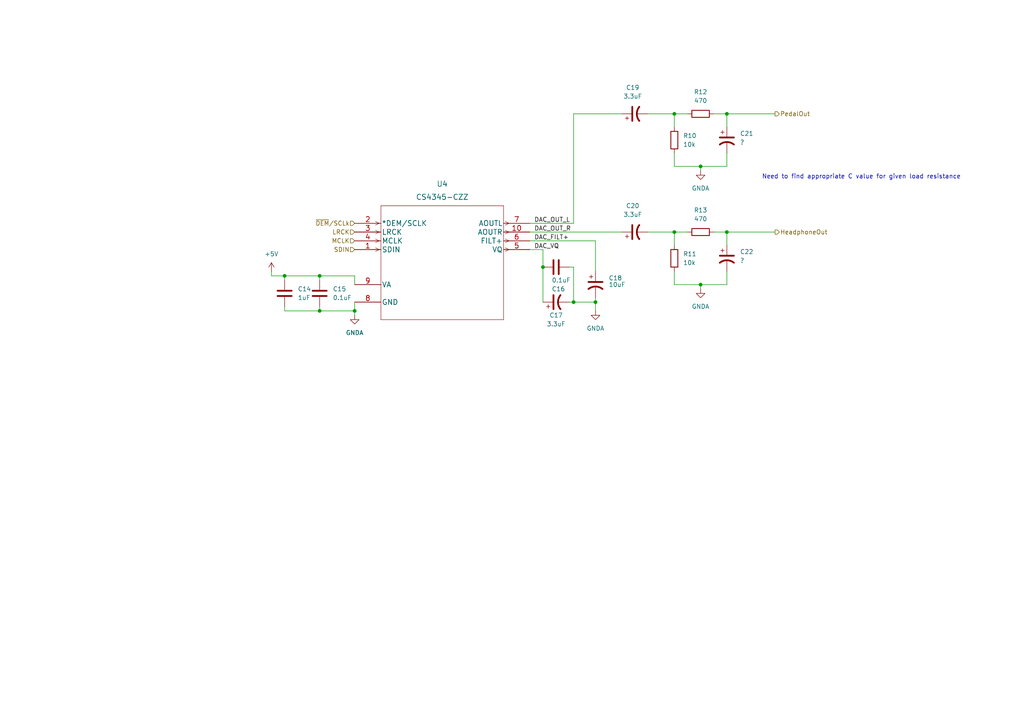
<source format=kicad_sch>
(kicad_sch (version 20211123) (generator eeschema)
  (paper "A4")
  (lib_symbols
    (symbol "Capacitors:C" (pin_numbers hide) (pin_names (offset 0.254))
      (property "Reference" "C" (at 0.635 2.54 0))
      (property "Value" "C" (at 0.635 -2.54 0))
      (symbol "C_0_1"
        (polyline (pts (xy -2.032 -0.762) (xy 2.032 -0.762)) (stroke (width 0.508)))
        (polyline (pts (xy -2.032 0.762) (xy 2.032 0.762)) (stroke (width 0.508)))
      )
      (symbol "C_1_1"
        (pin passive line (at 0 3.81 270) (length 2.794) (name "~") (number "1"))
        (pin passive line (at 0 -3.81 90) (length 2.794) (name "~") (number "2"))
      )
    )
    (symbol "Capacitors:C_Polarized_US" (pin_numbers hide) (pin_names (offset 0.254) hide)
      (property "Reference" "C" (at 0.635 2.54 0))
      (property "Value" "C_Polarized_US" (at 0.635 -2.54 0))
      (symbol "C_Polarized_US_0_1"
        (polyline (pts (xy -2.032 0.762) (xy 2.032 0.762)) (stroke (width 0.508)))
        (polyline (pts (xy -1.778 2.286) (xy -0.762 2.286)))
        (polyline (pts (xy -1.27 1.778) (xy -1.27 2.794)))
        (arc (start 2.032 -1.27) (mid 0 -0.5572) (end -2.032 -1.27) (stroke (width 0.508)))
      )
      (symbol "C_Polarized_US_1_1"
        (pin passive line (at 0 3.81 270) (length 2.794) (name "~") (number "1"))
        (pin passive line (at 0 -3.81 90) (length 3.302) (name "~") (number "2"))
      )
    )
    (symbol "DAC:CS4345-CZZ" (pin_names (offset 0.254))
      (property "Reference" "U" (at 25.4 10.16 0))
      (property "Value" "CS4345-CZZ" (at 25.4 7.62 0))
      (symbol "CS4345-CZZ_1_1"
        (polyline (pts (xy 7.112 -7.62) (xy 6.0452 -8.128)) (stroke (width 0.127)))
        (polyline (pts (xy 7.112 -7.62) (xy 6.0452 -7.112)) (stroke (width 0.127)))
        (polyline (pts (xy 7.112 -5.08) (xy 6.0452 -5.588)) (stroke (width 0.127)))
        (polyline (pts (xy 7.112 -5.08) (xy 6.0452 -4.572)) (stroke (width 0.127)))
        (polyline (pts (xy 7.112 -2.54) (xy 6.0452 -3.048)) (stroke (width 0.127)))
        (polyline (pts (xy 7.112 -2.54) (xy 6.0452 -2.032)) (stroke (width 0.127)))
        (polyline (pts (xy 7.112 0) (xy 6.0452 -0.508)) (stroke (width 0.127)))
        (polyline (pts (xy 7.112 0) (xy 6.0452 0.508)) (stroke (width 0.127)))
        (polyline (pts (xy 7.62 -27.94) (xy 43.18 -27.94)) (stroke (width 0.127)))
        (polyline (pts (xy 7.62 5.08) (xy 7.62 -27.94)) (stroke (width 0.127)))
        (polyline (pts (xy 43.18 -27.94) (xy 43.18 5.08)) (stroke (width 0.127)))
        (polyline (pts (xy 43.18 5.08) (xy 7.62 5.08)) (stroke (width 0.127)))
        (polyline (pts (xy 43.688 -8.128) (xy 44.7548 -7.62)) (stroke (width 0.127)))
        (polyline (pts (xy 43.688 -7.112) (xy 44.7548 -7.62)) (stroke (width 0.127)))
        (polyline (pts (xy 43.688 -5.588) (xy 44.7548 -5.08)) (stroke (width 0.127)))
        (polyline (pts (xy 43.688 -4.572) (xy 44.7548 -5.08)) (stroke (width 0.127)))
        (polyline (pts (xy 43.688 -3.048) (xy 44.7548 -2.54)) (stroke (width 0.127)))
        (polyline (pts (xy 43.688 -2.032) (xy 44.7548 -2.54)) (stroke (width 0.127)))
        (polyline (pts (xy 43.688 -0.508) (xy 44.7548 0)) (stroke (width 0.127)))
        (polyline (pts (xy 43.688 0.508) (xy 44.7548 0)) (stroke (width 0.127)))
        (pin input line (at 0 -7.62 0) (length 7.62) (name "SDIN") (number "1"))
        (pin output line (at 50.8 -2.54 180) (length 7.62) (name "AOUTR") (number "10"))
        (pin input line (at 0 0 0) (length 7.62) (name "*DEM/SCLK") (number "2"))
        (pin input line (at 0 -2.54 0) (length 7.62) (name "LRCK") (number "3"))
        (pin input line (at 0 -5.08 0) (length 7.62) (name "MCLK") (number "4"))
        (pin output line (at 50.8 -7.62 180) (length 7.62) (name "VQ") (number "5"))
        (pin output line (at 50.8 -5.08 180) (length 7.62) (name "FILT+") (number "6"))
        (pin output line (at 50.8 0 180) (length 7.62) (name "AOUTL") (number "7"))
        (pin power_in line (at 0 -22.86 0) (length 7.62) (name "GND") (number "8"))
        (pin power_in line (at 0 -17.78 0) (length 7.62) (name "VA") (number "9"))
      )
    )
    (symbol "Resistors:R" (pin_numbers hide) (pin_names (offset 0))
      (property "Reference" "R" (at 2.032 0 90))
      (property "Value" "R" (at 0 0 90))
      (symbol "R_0_1"
        (rectangle (start -1.016 -2.54) (end 1.016 2.54) (stroke (width 0.254)))
      )
      (symbol "R_1_1"
        (pin passive line (at 0 3.81 270) (length 1.27) (name "~") (number "1"))
        (pin passive line (at 0 -3.81 90) (length 1.27) (name "~") (number "2"))
      )
    )
    (symbol "Sources:+5V" (power) (pin_names (offset 0))
      (property "Value" "+5V" (at 0 3.556 0))
      (symbol "+5V_0_1"
        (polyline (pts (xy -0.762 1.27) (xy 0 2.54)))
        (polyline (pts (xy 0 0) (xy 0 2.54)))
        (polyline (pts (xy 0 2.54) (xy 0.762 1.27)))
      )
      (symbol "+5V_1_1"
        (pin power_in line (at 0 0 90) (length 0) hide (name "+5V") (number "1"))
      )
    )
    (symbol "power:GNDA" (power) (pin_names (offset 0))
      (property "Value" "GNDA" (at 0 -3.81 0))
      (symbol "GNDA_0_1"
        (polyline (pts (xy 0 0) (xy 0 -1.27) (xy 1.27 -1.27) (xy 0 -2.54) (xy -1.27 -1.27) (xy 0 -1.27)))
      )
      (symbol "GNDA_1_1"
        (pin power_in line (at 0 0 270) (length 0) hide (name "GNDA") (number "1"))
      )
    )
  )
  (junction (at 166.37 87.63))
  (junction (at 203.2 48.26))
  (junction (at 210.82 67.31))
  (junction (at 92.71 80.01))
  (junction (at 203.2 82.55))
  (junction (at 210.82 33.02))
  (junction (at 172.72 87.63))
  (junction (at 102.87 90.17))
  (junction (at 92.71 90.17))
  (junction (at 157.48 77.47))
  (junction (at 195.58 33.02))
  (junction (at 82.55 80.01))
  (junction (at 195.58 67.31))
  (wire (pts (xy 92.71 90.17) (xy 102.87 90.17)))
  (wire (pts (xy 102.87 82.55) (xy 102.87 80.01)))
  (wire (pts (xy 207.01 67.31) (xy 210.82 67.31)))
  (wire (pts (xy 195.58 33.02) (xy 195.58 36.83)))
  (wire (pts (xy 166.37 87.63) (xy 165.1 87.63)))
  (wire (pts (xy 203.2 82.55) (xy 203.2 83.82)))
  (wire (pts (xy 203.2 48.26) (xy 203.2 49.53)))
  (wire (pts (xy 102.87 91.44) (xy 102.87 90.17)))
  (wire (pts (xy 157.48 72.39) (xy 157.48 77.47)))
  (wire (pts (xy 102.87 80.01) (xy 92.71 80.01)))
  (wire (pts (xy 172.72 69.85) (xy 172.72 78.74)))
  (wire (pts (xy 92.71 88.9) (xy 92.71 90.17)))
  (wire (pts (xy 82.55 80.01) (xy 82.55 81.28)))
  (wire (pts (xy 203.2 48.26) (xy 210.82 48.26)))
  (wire (pts (xy 195.58 78.74) (xy 195.58 82.55)))
  (wire (pts (xy 166.37 33.02) (xy 166.37 64.77)))
  (wire (pts (xy 157.48 77.47) (xy 157.48 87.63)))
  (wire (pts (xy 166.37 64.77) (xy 153.67 64.77)))
  (wire (pts (xy 78.74 80.01) (xy 78.74 78.74)))
  (wire (pts (xy 195.58 67.31) (xy 195.58 71.12)))
  (wire (pts (xy 210.82 33.02) (xy 210.82 36.83)))
  (wire (pts (xy 153.67 69.85) (xy 172.72 69.85)))
  (wire (pts (xy 207.01 33.02) (xy 210.82 33.02)))
  (wire (pts (xy 195.58 48.26) (xy 203.2 48.26)))
  (wire (pts (xy 195.58 82.55) (xy 203.2 82.55)))
  (wire (pts (xy 187.96 67.31) (xy 195.58 67.31)))
  (wire (pts (xy 210.82 67.31) (xy 210.82 71.12)))
  (wire (pts (xy 203.2 82.55) (xy 210.82 82.55)))
  (wire (pts (xy 195.58 67.31) (xy 199.39 67.31)))
  (wire (pts (xy 166.37 77.47) (xy 166.37 87.63)))
  (wire (pts (xy 187.96 33.02) (xy 195.58 33.02)))
  (wire (pts (xy 102.87 90.17) (xy 102.87 87.63)))
  (wire (pts (xy 195.58 33.02) (xy 199.39 33.02)))
  (wire (pts (xy 210.82 67.31) (xy 224.79 67.31)))
  (wire (pts (xy 165.1 77.47) (xy 166.37 77.47)))
  (wire (pts (xy 82.55 90.17) (xy 92.71 90.17)))
  (wire (pts (xy 166.37 87.63) (xy 172.72 87.63)))
  (wire (pts (xy 82.55 80.01) (xy 78.74 80.01)))
  (wire (pts (xy 210.82 33.02) (xy 224.79 33.02)))
  (wire (pts (xy 153.67 72.39) (xy 157.48 72.39)))
  (wire (pts (xy 210.82 48.26) (xy 210.82 44.45)))
  (wire (pts (xy 153.67 67.31) (xy 180.34 67.31)))
  (wire (pts (xy 172.72 87.63) (xy 172.72 90.17)))
  (wire (pts (xy 210.82 82.55) (xy 210.82 78.74)))
  (wire (pts (xy 82.55 90.17) (xy 82.55 88.9)))
  (wire (pts (xy 195.58 44.45) (xy 195.58 48.26)))
  (wire (pts (xy 92.71 80.01) (xy 82.55 80.01)))
  (wire (pts (xy 92.71 80.01) (xy 92.71 81.28)))
  (wire (pts (xy 180.34 33.02) (xy 166.37 33.02)))
  (wire (pts (xy 172.72 86.36) (xy 172.72 87.63)))
  (text "Need to find appropriate C value for given load resistance\n" (at 220.98 52.07 0) (effects (font (size 1.27 1.27)) (justify left bottom)))
  (label "DAC_VQ" (at 154.94 72.39 0))
  (label "DAC_OUT_L" (at 154.94 64.77 0))
  (label "DAC_FILT+" (at 154.94 69.85 0))
  (label "DAC_OUT_R" (at 154.94 67.31 0))
  (hierarchical_label "MCLK" (shape input) (at 102.87 69.85 180))
  (hierarchical_label "~{DEM}{slash}SCLk" (shape input) (at 102.87 64.77 180))
  (hierarchical_label "PedalOut" (shape output) (at 224.79 33.02 0))
  (hierarchical_label "HeadphoneOut" (shape output) (at 224.79 67.31 0))
  (hierarchical_label "SDIN" (shape input) (at 102.87 72.39 180))
  (hierarchical_label "LRCK" (shape input) (at 102.87 67.31 180))
  (symbol (lib_id "Capacitors:C_Polarized_US") (at 161.29 87.63 90) (unit 1)
    (property "Reference" "C17" (at 161.29 91.44 90))
    (property "Value" "3.3uF" (at 161.29 93.98 90))
    (property "Footprint" "Capacitor_SMD:CP_Elec_4x3" (effects hide))
  )
  (symbol (lib_id "Capacitors:C") (at 82.55 85.09 0) (unit 1)
    (property "Reference" "C14" (at 86.36 83.8199 0) (effects (justify left)))
    (property "Value" "1uF" (at 86.36 86.3599 0) (effects (justify left)))
    (property "Footprint" "Capacitor_SMD:C_0805_2012Metric" (effects hide))
  )
  (symbol (lib_id "Sources:+5V") (at 78.74 78.74 0) (unit 1)
    (property "Reference" "#PWR0118" (effects hide))
    (property "Value" "+5V" (at 78.74 73.66 0))
  )
  (symbol (lib_id "Capacitors:C") (at 92.71 85.09 0) (unit 1)
    (property "Reference" "C15" (at 96.52 83.8199 0) (effects (justify left)))
    (property "Value" "0.1uF" (at 96.52 86.3599 0) (effects (justify left)))
    (property "Footprint" "Capacitor_SMD:C_0805_2012Metric" (effects hide))
  )
  (symbol (lib_id "Capacitors:C") (at 161.29 77.47 270) (unit 1)
    (property "Reference" "C16" (at 160.02 83.82 90) (effects (justify left)))
    (property "Value" "0.1uF" (at 160.02 81.28 90) (effects (justify left)))
    (property "Footprint" "Capacitor_SMD:C_0805_2012Metric" (effects hide))
  )
  (symbol (lib_id "power:GNDA") (at 102.87 91.44 0) (unit 1)
    (property "Reference" "#PWR0117" (effects hide))
    (property "Value" "GNDA" (at 102.87 96.52 0))
  )
  (symbol (lib_id "Resistors:R") (at 203.2 67.31 90) (unit 1)
    (property "Reference" "R13" (at 203.2 60.96 90))
    (property "Value" "470" (at 203.2 63.5 90))
    (property "Footprint" "Resistor_SMD:R_0805_2012Metric" (effects hide))
  )
  (symbol (lib_id "Capacitors:C_Polarized_US") (at 184.15 33.02 90) (unit 1)
    (property "Reference" "C19" (at 183.515 25.4 90))
    (property "Value" "3.3uF" (at 183.515 27.94 90))
    (property "Footprint" "Capacitor_SMD:CP_Elec_4x3" (effects hide))
  )
  (symbol (lib_id "Capacitors:C_Polarized_US") (at 172.72 82.55 0) (unit 1)
    (property "Reference" "C18" (at 176.53 80.6449 0) (effects (justify left)))
    (property "Value" "10uF" (at 176.53 82.55 0) (effects (justify left)))
    (property "Footprint" "Capacitor_SMD:CP_Elec_4x3" (effects hide))
  )
  (symbol (lib_id "Capacitors:C_Polarized_US") (at 184.15 67.31 90) (unit 1)
    (property "Reference" "C20" (at 183.515 59.69 90))
    (property "Value" "3.3uF" (at 183.515 62.23 90))
    (property "Footprint" "Capacitor_SMD:CP_Elec_4x3" (effects hide))
  )
  (symbol (lib_id "DAC:CS4345-CZZ") (at 102.87 64.77 0) (unit 1)
    (property "Reference" "U4" (at 128.27 53.34 0) (effects (font (size 1.524 1.524))))
    (property "Value" "CS4345-CZZ" (at 128.27 57.15 0) (effects (font (size 1.524 1.524))))
    (property "Footprint" "CS4345:CS4345-CZZ" (effects hide))
  )
  (symbol (lib_id "power:GNDA") (at 203.2 83.82 0) (unit 1)
    (property "Reference" "#PWR0120" (effects hide))
    (property "Value" "GNDA" (at 203.2 88.9 0))
  )
  (symbol (lib_id "Capacitors:C_Polarized_US") (at 210.82 74.93 0) (unit 1)
    (property "Reference" "C22" (at 214.63 73.0249 0) (effects (justify left)))
    (property "Value" "?" (at 214.63 75.5649 0) (effects (justify left)))
    (property "Footprint" "Capacitor_SMD:CP_Elec_4x3" (effects hide))
  )
  (symbol (lib_id "power:GNDA") (at 172.72 90.17 0) (unit 1)
    (property "Reference" "#PWR0119" (effects hide))
    (property "Value" "GNDA" (at 172.72 95.25 0))
  )
  (symbol (lib_id "Resistors:R") (at 203.2 33.02 90) (unit 1)
    (property "Reference" "R12" (at 203.2 26.67 90))
    (property "Value" "470" (at 203.2 29.21 90))
    (property "Footprint" "Resistor_SMD:R_0805_2012Metric" (effects hide))
  )
  (symbol (lib_id "power:GNDA") (at 203.2 49.53 0) (unit 1)
    (property "Reference" "#PWR0121" (effects hide))
    (property "Value" "GNDA" (at 203.2 54.61 0))
  )
  (symbol (lib_id "Resistors:R") (at 195.58 74.93 180) (unit 1)
    (property "Reference" "R11" (at 198.12 73.6599 0) (effects (justify right)))
    (property "Value" "10k" (at 198.12 76.1999 0) (effects (justify right)))
    (property "Footprint" "Resistor_SMD:R_0805_2012Metric" (effects hide))
  )
  (symbol (lib_id "Capacitors:C_Polarized_US") (at 210.82 40.64 0) (unit 1)
    (property "Reference" "C21" (at 214.63 38.7349 0) (effects (justify left)))
    (property "Value" "?" (at 214.63 41.2749 0) (effects (justify left)))
    (property "Footprint" "Capacitor_SMD:CP_Elec_4x3" (effects hide))
  )
  (symbol (lib_id "Resistors:R") (at 195.58 40.64 180) (unit 1)
    (property "Reference" "R10" (at 198.12 39.3699 0) (effects (justify right)))
    (property "Value" "10k" (at 198.12 41.9099 0) (effects (justify right)))
    (property "Footprint" "Resistor_SMD:R_0805_2012Metric" (effects hide))
  )
)
</source>
